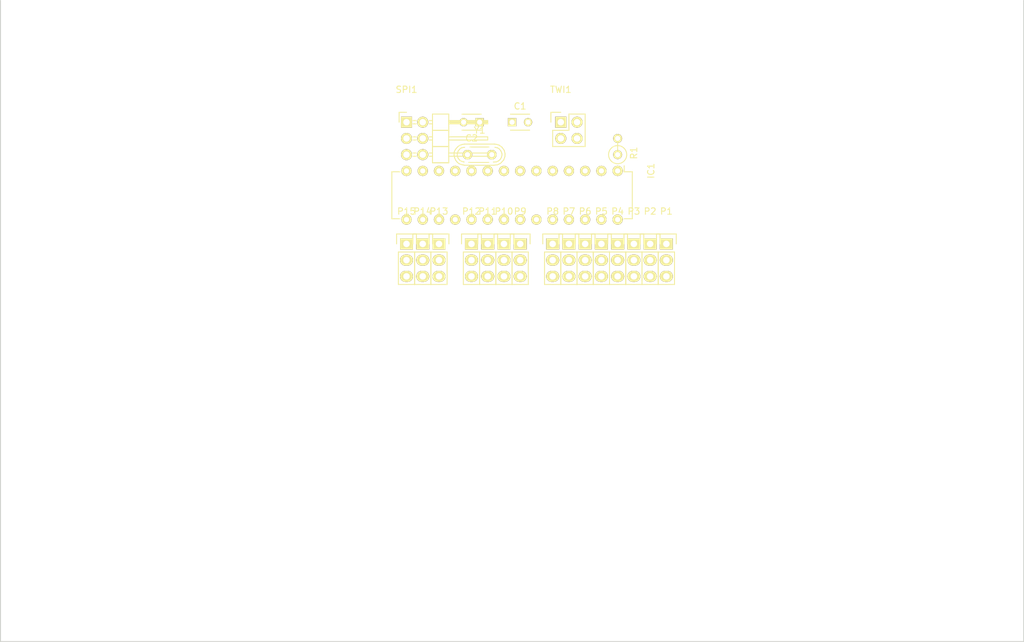
<source format=kicad_pcb>
(kicad_pcb (version 4) (host pcbnew 4.0.2-4+6225~38~ubuntu14.04.1-stable)

  (general
    (links 66)
    (no_connects 66)
    (area 91.364999 58.344999 251.535001 158.825001)
    (thickness 1.6)
    (drawings 3)
    (tracks 0)
    (zones 0)
    (modules 22)
    (nets 26)
  )

  (page A4)
  (layers
    (0 F.Cu signal)
    (31 B.Cu signal)
    (32 B.Adhes user)
    (33 F.Adhes user)
    (34 B.Paste user)
    (35 F.Paste user)
    (36 B.SilkS user)
    (37 F.SilkS user)
    (38 B.Mask user)
    (39 F.Mask user)
    (40 Dwgs.User user)
    (41 Cmts.User user)
    (42 Eco1.User user)
    (43 Eco2.User user)
    (44 Edge.Cuts user)
    (45 Margin user)
    (46 B.CrtYd user)
    (47 F.CrtYd user)
    (48 B.Fab user)
    (49 F.Fab user)
  )

  (setup
    (last_trace_width 0.25)
    (trace_clearance 0.2)
    (zone_clearance 0.508)
    (zone_45_only no)
    (trace_min 0.2)
    (segment_width 0.2)
    (edge_width 0.15)
    (via_size 0.6)
    (via_drill 0.4)
    (via_min_size 0.4)
    (via_min_drill 0.3)
    (uvia_size 0.3)
    (uvia_drill 0.1)
    (uvias_allowed no)
    (uvia_min_size 0.2)
    (uvia_min_drill 0.1)
    (pcb_text_width 0.3)
    (pcb_text_size 1.5 1.5)
    (mod_edge_width 0.15)
    (mod_text_size 1 1)
    (mod_text_width 0.15)
    (pad_size 1.524 1.524)
    (pad_drill 0.762)
    (pad_to_mask_clearance 0.2)
    (aux_axis_origin 0 0)
    (visible_elements FFFFF77F)
    (pcbplotparams
      (layerselection 0x00030_80000001)
      (usegerberextensions false)
      (excludeedgelayer true)
      (linewidth 0.100000)
      (plotframeref false)
      (viasonmask false)
      (mode 1)
      (useauxorigin false)
      (hpglpennumber 1)
      (hpglpenspeed 20)
      (hpglpendiameter 15)
      (hpglpenoverlay 2)
      (psnegative false)
      (psa4output false)
      (plotreference true)
      (plotvalue true)
      (plotinvisibletext false)
      (padsonsilk false)
      (subtractmaskfromsilk false)
      (outputformat 1)
      (mirror false)
      (drillshape 1)
      (scaleselection 1)
      (outputdirectory ""))
  )

  (net 0 "")
  (net 1 /PD0)
  (net 2 /PD1)
  (net 3 /PD2)
  (net 4 /PD3)
  (net 5 /PD4)
  (net 6 +5V)
  (net 7 GND)
  (net 8 "Net-(C1-Pad2)")
  (net 9 "Net-(C2-Pad1)")
  (net 10 /PD5)
  (net 11 /PD6)
  (net 12 /PD7)
  (net 13 /PB0)
  (net 14 /PB1)
  (net 15 /PB2)
  (net 16 /MOSI)
  (net 17 /MISO)
  (net 18 /SCK)
  (net 19 /PC0)
  (net 20 /PC1)
  (net 21 /PC2)
  (net 22 /PC3)
  (net 23 /SDA)
  (net 24 /SCL)
  (net 25 /RST)

  (net_class Default "This is the default net class."
    (clearance 0.2)
    (trace_width 0.25)
    (via_dia 0.6)
    (via_drill 0.4)
    (uvia_dia 0.3)
    (uvia_drill 0.1)
    (add_net +5V)
    (add_net /MISO)
    (add_net /MOSI)
    (add_net /PB0)
    (add_net /PB1)
    (add_net /PB2)
    (add_net /PC0)
    (add_net /PC1)
    (add_net /PC2)
    (add_net /PC3)
    (add_net /PD0)
    (add_net /PD1)
    (add_net /PD2)
    (add_net /PD3)
    (add_net /PD4)
    (add_net /PD5)
    (add_net /PD6)
    (add_net /PD7)
    (add_net /RST)
    (add_net /SCK)
    (add_net /SCL)
    (add_net /SDA)
    (add_net GND)
    (add_net "Net-(C1-Pad2)")
    (add_net "Net-(C2-Pad1)")
  )

  (module Housings_DIP:DIP-28_W7.62mm placed (layer F.Cu) (tedit 54130A77) (tstamp 56E433DF)
    (at 187.96 85.09 270)
    (descr "28-lead dip package, row spacing 7.62 mm (300 mils)")
    (tags "dil dip 2.54 300")
    (path /56D4A960)
    (fp_text reference IC1 (at 0 -5.22 270) (layer F.SilkS)
      (effects (font (size 1 1) (thickness 0.15)))
    )
    (fp_text value ATMEGA8-P (at 0 -3.72 270) (layer F.Fab)
      (effects (font (size 1 1) (thickness 0.15)))
    )
    (fp_line (start -1.05 -2.45) (end -1.05 35.5) (layer F.CrtYd) (width 0.05))
    (fp_line (start 8.65 -2.45) (end 8.65 35.5) (layer F.CrtYd) (width 0.05))
    (fp_line (start -1.05 -2.45) (end 8.65 -2.45) (layer F.CrtYd) (width 0.05))
    (fp_line (start -1.05 35.5) (end 8.65 35.5) (layer F.CrtYd) (width 0.05))
    (fp_line (start 0.135 -2.295) (end 0.135 -1.025) (layer F.SilkS) (width 0.15))
    (fp_line (start 7.485 -2.295) (end 7.485 -1.025) (layer F.SilkS) (width 0.15))
    (fp_line (start 7.485 35.315) (end 7.485 34.045) (layer F.SilkS) (width 0.15))
    (fp_line (start 0.135 35.315) (end 0.135 34.045) (layer F.SilkS) (width 0.15))
    (fp_line (start 0.135 -2.295) (end 7.485 -2.295) (layer F.SilkS) (width 0.15))
    (fp_line (start 0.135 35.315) (end 7.485 35.315) (layer F.SilkS) (width 0.15))
    (fp_line (start 0.135 -1.025) (end -0.8 -1.025) (layer F.SilkS) (width 0.15))
    (pad 1 thru_hole oval (at 0 0 270) (size 1.6 1.6) (drill 0.8) (layers *.Cu *.Mask F.SilkS)
      (net 25 /RST))
    (pad 2 thru_hole oval (at 0 2.54 270) (size 1.6 1.6) (drill 0.8) (layers *.Cu *.Mask F.SilkS)
      (net 1 /PD0))
    (pad 3 thru_hole oval (at 0 5.08 270) (size 1.6 1.6) (drill 0.8) (layers *.Cu *.Mask F.SilkS)
      (net 2 /PD1))
    (pad 4 thru_hole oval (at 0 7.62 270) (size 1.6 1.6) (drill 0.8) (layers *.Cu *.Mask F.SilkS)
      (net 3 /PD2))
    (pad 5 thru_hole oval (at 0 10.16 270) (size 1.6 1.6) (drill 0.8) (layers *.Cu *.Mask F.SilkS)
      (net 4 /PD3))
    (pad 6 thru_hole oval (at 0 12.7 270) (size 1.6 1.6) (drill 0.8) (layers *.Cu *.Mask F.SilkS)
      (net 5 /PD4))
    (pad 7 thru_hole oval (at 0 15.24 270) (size 1.6 1.6) (drill 0.8) (layers *.Cu *.Mask F.SilkS)
      (net 6 +5V))
    (pad 8 thru_hole oval (at 0 17.78 270) (size 1.6 1.6) (drill 0.8) (layers *.Cu *.Mask F.SilkS)
      (net 7 GND))
    (pad 9 thru_hole oval (at 0 20.32 270) (size 1.6 1.6) (drill 0.8) (layers *.Cu *.Mask F.SilkS)
      (net 8 "Net-(C1-Pad2)"))
    (pad 10 thru_hole oval (at 0 22.86 270) (size 1.6 1.6) (drill 0.8) (layers *.Cu *.Mask F.SilkS)
      (net 9 "Net-(C2-Pad1)"))
    (pad 11 thru_hole oval (at 0 25.4 270) (size 1.6 1.6) (drill 0.8) (layers *.Cu *.Mask F.SilkS)
      (net 10 /PD5))
    (pad 12 thru_hole oval (at 0 27.94 270) (size 1.6 1.6) (drill 0.8) (layers *.Cu *.Mask F.SilkS)
      (net 11 /PD6))
    (pad 13 thru_hole oval (at 0 30.48 270) (size 1.6 1.6) (drill 0.8) (layers *.Cu *.Mask F.SilkS)
      (net 12 /PD7))
    (pad 14 thru_hole oval (at 0 33.02 270) (size 1.6 1.6) (drill 0.8) (layers *.Cu *.Mask F.SilkS)
      (net 13 /PB0))
    (pad 15 thru_hole oval (at 7.62 33.02 270) (size 1.6 1.6) (drill 0.8) (layers *.Cu *.Mask F.SilkS)
      (net 14 /PB1))
    (pad 16 thru_hole oval (at 7.62 30.48 270) (size 1.6 1.6) (drill 0.8) (layers *.Cu *.Mask F.SilkS)
      (net 15 /PB2))
    (pad 17 thru_hole oval (at 7.62 27.94 270) (size 1.6 1.6) (drill 0.8) (layers *.Cu *.Mask F.SilkS)
      (net 16 /MOSI))
    (pad 18 thru_hole oval (at 7.62 25.4 270) (size 1.6 1.6) (drill 0.8) (layers *.Cu *.Mask F.SilkS)
      (net 17 /MISO))
    (pad 19 thru_hole oval (at 7.62 22.86 270) (size 1.6 1.6) (drill 0.8) (layers *.Cu *.Mask F.SilkS)
      (net 18 /SCK))
    (pad 20 thru_hole oval (at 7.62 20.32 270) (size 1.6 1.6) (drill 0.8) (layers *.Cu *.Mask F.SilkS)
      (net 6 +5V))
    (pad 21 thru_hole oval (at 7.62 17.78 270) (size 1.6 1.6) (drill 0.8) (layers *.Cu *.Mask F.SilkS)
      (net 6 +5V))
    (pad 22 thru_hole oval (at 7.62 15.24 270) (size 1.6 1.6) (drill 0.8) (layers *.Cu *.Mask F.SilkS)
      (net 7 GND))
    (pad 23 thru_hole oval (at 7.62 12.7 270) (size 1.6 1.6) (drill 0.8) (layers *.Cu *.Mask F.SilkS)
      (net 19 /PC0))
    (pad 24 thru_hole oval (at 7.62 10.16 270) (size 1.6 1.6) (drill 0.8) (layers *.Cu *.Mask F.SilkS)
      (net 20 /PC1))
    (pad 25 thru_hole oval (at 7.62 7.62 270) (size 1.6 1.6) (drill 0.8) (layers *.Cu *.Mask F.SilkS)
      (net 21 /PC2))
    (pad 26 thru_hole oval (at 7.62 5.08 270) (size 1.6 1.6) (drill 0.8) (layers *.Cu *.Mask F.SilkS)
      (net 22 /PC3))
    (pad 27 thru_hole oval (at 7.62 2.54 270) (size 1.6 1.6) (drill 0.8) (layers *.Cu *.Mask F.SilkS)
      (net 23 /SDA))
    (pad 28 thru_hole oval (at 7.62 0 270) (size 1.6 1.6) (drill 0.8) (layers *.Cu *.Mask F.SilkS)
      (net 24 /SCL))
    (model Housings_DIP.3dshapes/DIP-28_W7.62mm.wrl
      (at (xyz 0 0 0))
      (scale (xyz 1 1 1))
      (rotate (xyz 0 0 0))
    )
  )

  (module Capacitors_ThroughHole:C_Disc_D3_P2.5 placed (layer F.Cu) (tedit 0) (tstamp 56E4364E)
    (at 171.45 77.47)
    (descr "Capacitor 3mm Disc, Pitch 2.5mm")
    (tags Capacitor)
    (path /56D4B381)
    (fp_text reference C1 (at 1.25 -2.5) (layer F.SilkS)
      (effects (font (size 1 1) (thickness 0.15)))
    )
    (fp_text value C_Small (at 1.25 2.5) (layer F.Fab)
      (effects (font (size 1 1) (thickness 0.15)))
    )
    (fp_line (start -0.9 -1.5) (end 3.4 -1.5) (layer F.CrtYd) (width 0.05))
    (fp_line (start 3.4 -1.5) (end 3.4 1.5) (layer F.CrtYd) (width 0.05))
    (fp_line (start 3.4 1.5) (end -0.9 1.5) (layer F.CrtYd) (width 0.05))
    (fp_line (start -0.9 1.5) (end -0.9 -1.5) (layer F.CrtYd) (width 0.05))
    (fp_line (start -0.25 -1.25) (end 2.75 -1.25) (layer F.SilkS) (width 0.15))
    (fp_line (start 2.75 1.25) (end -0.25 1.25) (layer F.SilkS) (width 0.15))
    (pad 1 thru_hole rect (at 0 0) (size 1.3 1.3) (drill 0.8) (layers *.Cu *.Mask F.SilkS)
      (net 7 GND))
    (pad 2 thru_hole circle (at 2.5 0) (size 1.3 1.3) (drill 0.8001) (layers *.Cu *.Mask F.SilkS)
      (net 8 "Net-(C1-Pad2)"))
    (model Capacitors_ThroughHole.3dshapes/C_Disc_D3_P2.5.wrl
      (at (xyz 0.0492126 0 0))
      (scale (xyz 1 1 1))
      (rotate (xyz 0 0 0))
    )
  )

  (module Capacitors_ThroughHole:C_Disc_D3_P2.5 placed (layer F.Cu) (tedit 0) (tstamp 56E4365A)
    (at 166.37 77.47 180)
    (descr "Capacitor 3mm Disc, Pitch 2.5mm")
    (tags Capacitor)
    (path /56D4B3CA)
    (fp_text reference C2 (at 1.25 -2.5 180) (layer F.SilkS)
      (effects (font (size 1 1) (thickness 0.15)))
    )
    (fp_text value C_Small (at 1.25 2.5 180) (layer F.Fab)
      (effects (font (size 1 1) (thickness 0.15)))
    )
    (fp_line (start -0.9 -1.5) (end 3.4 -1.5) (layer F.CrtYd) (width 0.05))
    (fp_line (start 3.4 -1.5) (end 3.4 1.5) (layer F.CrtYd) (width 0.05))
    (fp_line (start 3.4 1.5) (end -0.9 1.5) (layer F.CrtYd) (width 0.05))
    (fp_line (start -0.9 1.5) (end -0.9 -1.5) (layer F.CrtYd) (width 0.05))
    (fp_line (start -0.25 -1.25) (end 2.75 -1.25) (layer F.SilkS) (width 0.15))
    (fp_line (start 2.75 1.25) (end -0.25 1.25) (layer F.SilkS) (width 0.15))
    (pad 1 thru_hole rect (at 0 0 180) (size 1.3 1.3) (drill 0.8) (layers *.Cu *.Mask F.SilkS)
      (net 9 "Net-(C2-Pad1)"))
    (pad 2 thru_hole circle (at 2.5 0 180) (size 1.3 1.3) (drill 0.8001) (layers *.Cu *.Mask F.SilkS)
      (net 7 GND))
    (model Capacitors_ThroughHole.3dshapes/C_Disc_D3_P2.5.wrl
      (at (xyz 0.0492126 0 0))
      (scale (xyz 1 1 1))
      (rotate (xyz 0 0 0))
    )
  )

  (module Pin_Headers:Pin_Header_Straight_1x03 placed (layer F.Cu) (tedit 0) (tstamp 56E4366C)
    (at 195.58 96.52)
    (descr "Through hole pin header")
    (tags "pin header")
    (path /56D4B561)
    (fp_text reference P1 (at 0 -5.1) (layer F.SilkS)
      (effects (font (size 1 1) (thickness 0.15)))
    )
    (fp_text value CONN_01X03 (at 0 -3.1) (layer F.Fab)
      (effects (font (size 1 1) (thickness 0.15)))
    )
    (fp_line (start -1.75 -1.75) (end -1.75 6.85) (layer F.CrtYd) (width 0.05))
    (fp_line (start 1.75 -1.75) (end 1.75 6.85) (layer F.CrtYd) (width 0.05))
    (fp_line (start -1.75 -1.75) (end 1.75 -1.75) (layer F.CrtYd) (width 0.05))
    (fp_line (start -1.75 6.85) (end 1.75 6.85) (layer F.CrtYd) (width 0.05))
    (fp_line (start -1.27 1.27) (end -1.27 6.35) (layer F.SilkS) (width 0.15))
    (fp_line (start -1.27 6.35) (end 1.27 6.35) (layer F.SilkS) (width 0.15))
    (fp_line (start 1.27 6.35) (end 1.27 1.27) (layer F.SilkS) (width 0.15))
    (fp_line (start 1.55 -1.55) (end 1.55 0) (layer F.SilkS) (width 0.15))
    (fp_line (start 1.27 1.27) (end -1.27 1.27) (layer F.SilkS) (width 0.15))
    (fp_line (start -1.55 0) (end -1.55 -1.55) (layer F.SilkS) (width 0.15))
    (fp_line (start -1.55 -1.55) (end 1.55 -1.55) (layer F.SilkS) (width 0.15))
    (pad 1 thru_hole rect (at 0 0) (size 2.032 1.7272) (drill 1.016) (layers *.Cu *.Mask F.SilkS)
      (net 1 /PD0))
    (pad 2 thru_hole oval (at 0 2.54) (size 2.032 1.7272) (drill 1.016) (layers *.Cu *.Mask F.SilkS)
      (net 6 +5V))
    (pad 3 thru_hole oval (at 0 5.08) (size 2.032 1.7272) (drill 1.016) (layers *.Cu *.Mask F.SilkS)
      (net 7 GND))
    (model Pin_Headers.3dshapes/Pin_Header_Straight_1x03.wrl
      (at (xyz 0 -0.1 0))
      (scale (xyz 1 1 1))
      (rotate (xyz 0 0 90))
    )
  )

  (module Pin_Headers:Pin_Header_Straight_1x03 placed (layer F.Cu) (tedit 0) (tstamp 56E4367E)
    (at 193.04 96.52)
    (descr "Through hole pin header")
    (tags "pin header")
    (path /56D4B96E)
    (fp_text reference P2 (at 0 -5.1) (layer F.SilkS)
      (effects (font (size 1 1) (thickness 0.15)))
    )
    (fp_text value CONN_01X03 (at 0 -3.1) (layer F.Fab)
      (effects (font (size 1 1) (thickness 0.15)))
    )
    (fp_line (start -1.75 -1.75) (end -1.75 6.85) (layer F.CrtYd) (width 0.05))
    (fp_line (start 1.75 -1.75) (end 1.75 6.85) (layer F.CrtYd) (width 0.05))
    (fp_line (start -1.75 -1.75) (end 1.75 -1.75) (layer F.CrtYd) (width 0.05))
    (fp_line (start -1.75 6.85) (end 1.75 6.85) (layer F.CrtYd) (width 0.05))
    (fp_line (start -1.27 1.27) (end -1.27 6.35) (layer F.SilkS) (width 0.15))
    (fp_line (start -1.27 6.35) (end 1.27 6.35) (layer F.SilkS) (width 0.15))
    (fp_line (start 1.27 6.35) (end 1.27 1.27) (layer F.SilkS) (width 0.15))
    (fp_line (start 1.55 -1.55) (end 1.55 0) (layer F.SilkS) (width 0.15))
    (fp_line (start 1.27 1.27) (end -1.27 1.27) (layer F.SilkS) (width 0.15))
    (fp_line (start -1.55 0) (end -1.55 -1.55) (layer F.SilkS) (width 0.15))
    (fp_line (start -1.55 -1.55) (end 1.55 -1.55) (layer F.SilkS) (width 0.15))
    (pad 1 thru_hole rect (at 0 0) (size 2.032 1.7272) (drill 1.016) (layers *.Cu *.Mask F.SilkS)
      (net 2 /PD1))
    (pad 2 thru_hole oval (at 0 2.54) (size 2.032 1.7272) (drill 1.016) (layers *.Cu *.Mask F.SilkS)
      (net 6 +5V))
    (pad 3 thru_hole oval (at 0 5.08) (size 2.032 1.7272) (drill 1.016) (layers *.Cu *.Mask F.SilkS)
      (net 7 GND))
    (model Pin_Headers.3dshapes/Pin_Header_Straight_1x03.wrl
      (at (xyz 0 -0.1 0))
      (scale (xyz 1 1 1))
      (rotate (xyz 0 0 90))
    )
  )

  (module Pin_Headers:Pin_Header_Straight_1x03 placed (layer F.Cu) (tedit 0) (tstamp 56E43690)
    (at 190.5 96.52)
    (descr "Through hole pin header")
    (tags "pin header")
    (path /56D4B9A5)
    (fp_text reference P3 (at 0 -5.1) (layer F.SilkS)
      (effects (font (size 1 1) (thickness 0.15)))
    )
    (fp_text value CONN_01X03 (at 0 -3.1) (layer F.Fab)
      (effects (font (size 1 1) (thickness 0.15)))
    )
    (fp_line (start -1.75 -1.75) (end -1.75 6.85) (layer F.CrtYd) (width 0.05))
    (fp_line (start 1.75 -1.75) (end 1.75 6.85) (layer F.CrtYd) (width 0.05))
    (fp_line (start -1.75 -1.75) (end 1.75 -1.75) (layer F.CrtYd) (width 0.05))
    (fp_line (start -1.75 6.85) (end 1.75 6.85) (layer F.CrtYd) (width 0.05))
    (fp_line (start -1.27 1.27) (end -1.27 6.35) (layer F.SilkS) (width 0.15))
    (fp_line (start -1.27 6.35) (end 1.27 6.35) (layer F.SilkS) (width 0.15))
    (fp_line (start 1.27 6.35) (end 1.27 1.27) (layer F.SilkS) (width 0.15))
    (fp_line (start 1.55 -1.55) (end 1.55 0) (layer F.SilkS) (width 0.15))
    (fp_line (start 1.27 1.27) (end -1.27 1.27) (layer F.SilkS) (width 0.15))
    (fp_line (start -1.55 0) (end -1.55 -1.55) (layer F.SilkS) (width 0.15))
    (fp_line (start -1.55 -1.55) (end 1.55 -1.55) (layer F.SilkS) (width 0.15))
    (pad 1 thru_hole rect (at 0 0) (size 2.032 1.7272) (drill 1.016) (layers *.Cu *.Mask F.SilkS)
      (net 3 /PD2))
    (pad 2 thru_hole oval (at 0 2.54) (size 2.032 1.7272) (drill 1.016) (layers *.Cu *.Mask F.SilkS)
      (net 6 +5V))
    (pad 3 thru_hole oval (at 0 5.08) (size 2.032 1.7272) (drill 1.016) (layers *.Cu *.Mask F.SilkS)
      (net 7 GND))
    (model Pin_Headers.3dshapes/Pin_Header_Straight_1x03.wrl
      (at (xyz 0 -0.1 0))
      (scale (xyz 1 1 1))
      (rotate (xyz 0 0 90))
    )
  )

  (module Pin_Headers:Pin_Header_Straight_1x03 placed (layer F.Cu) (tedit 0) (tstamp 56E436A2)
    (at 187.96 96.52)
    (descr "Through hole pin header")
    (tags "pin header")
    (path /56D4B9DE)
    (fp_text reference P4 (at 0 -5.1) (layer F.SilkS)
      (effects (font (size 1 1) (thickness 0.15)))
    )
    (fp_text value CONN_01X03 (at 0 -3.1) (layer F.Fab)
      (effects (font (size 1 1) (thickness 0.15)))
    )
    (fp_line (start -1.75 -1.75) (end -1.75 6.85) (layer F.CrtYd) (width 0.05))
    (fp_line (start 1.75 -1.75) (end 1.75 6.85) (layer F.CrtYd) (width 0.05))
    (fp_line (start -1.75 -1.75) (end 1.75 -1.75) (layer F.CrtYd) (width 0.05))
    (fp_line (start -1.75 6.85) (end 1.75 6.85) (layer F.CrtYd) (width 0.05))
    (fp_line (start -1.27 1.27) (end -1.27 6.35) (layer F.SilkS) (width 0.15))
    (fp_line (start -1.27 6.35) (end 1.27 6.35) (layer F.SilkS) (width 0.15))
    (fp_line (start 1.27 6.35) (end 1.27 1.27) (layer F.SilkS) (width 0.15))
    (fp_line (start 1.55 -1.55) (end 1.55 0) (layer F.SilkS) (width 0.15))
    (fp_line (start 1.27 1.27) (end -1.27 1.27) (layer F.SilkS) (width 0.15))
    (fp_line (start -1.55 0) (end -1.55 -1.55) (layer F.SilkS) (width 0.15))
    (fp_line (start -1.55 -1.55) (end 1.55 -1.55) (layer F.SilkS) (width 0.15))
    (pad 1 thru_hole rect (at 0 0) (size 2.032 1.7272) (drill 1.016) (layers *.Cu *.Mask F.SilkS)
      (net 4 /PD3))
    (pad 2 thru_hole oval (at 0 2.54) (size 2.032 1.7272) (drill 1.016) (layers *.Cu *.Mask F.SilkS)
      (net 6 +5V))
    (pad 3 thru_hole oval (at 0 5.08) (size 2.032 1.7272) (drill 1.016) (layers *.Cu *.Mask F.SilkS)
      (net 7 GND))
    (model Pin_Headers.3dshapes/Pin_Header_Straight_1x03.wrl
      (at (xyz 0 -0.1 0))
      (scale (xyz 1 1 1))
      (rotate (xyz 0 0 90))
    )
  )

  (module Pin_Headers:Pin_Header_Straight_1x03 placed (layer F.Cu) (tedit 0) (tstamp 56E436B4)
    (at 185.42 96.52)
    (descr "Through hole pin header")
    (tags "pin header")
    (path /56D4BA7B)
    (fp_text reference P5 (at 0 -5.1) (layer F.SilkS)
      (effects (font (size 1 1) (thickness 0.15)))
    )
    (fp_text value CONN_01X03 (at 0 -3.1) (layer F.Fab)
      (effects (font (size 1 1) (thickness 0.15)))
    )
    (fp_line (start -1.75 -1.75) (end -1.75 6.85) (layer F.CrtYd) (width 0.05))
    (fp_line (start 1.75 -1.75) (end 1.75 6.85) (layer F.CrtYd) (width 0.05))
    (fp_line (start -1.75 -1.75) (end 1.75 -1.75) (layer F.CrtYd) (width 0.05))
    (fp_line (start -1.75 6.85) (end 1.75 6.85) (layer F.CrtYd) (width 0.05))
    (fp_line (start -1.27 1.27) (end -1.27 6.35) (layer F.SilkS) (width 0.15))
    (fp_line (start -1.27 6.35) (end 1.27 6.35) (layer F.SilkS) (width 0.15))
    (fp_line (start 1.27 6.35) (end 1.27 1.27) (layer F.SilkS) (width 0.15))
    (fp_line (start 1.55 -1.55) (end 1.55 0) (layer F.SilkS) (width 0.15))
    (fp_line (start 1.27 1.27) (end -1.27 1.27) (layer F.SilkS) (width 0.15))
    (fp_line (start -1.55 0) (end -1.55 -1.55) (layer F.SilkS) (width 0.15))
    (fp_line (start -1.55 -1.55) (end 1.55 -1.55) (layer F.SilkS) (width 0.15))
    (pad 1 thru_hole rect (at 0 0) (size 2.032 1.7272) (drill 1.016) (layers *.Cu *.Mask F.SilkS)
      (net 5 /PD4))
    (pad 2 thru_hole oval (at 0 2.54) (size 2.032 1.7272) (drill 1.016) (layers *.Cu *.Mask F.SilkS)
      (net 6 +5V))
    (pad 3 thru_hole oval (at 0 5.08) (size 2.032 1.7272) (drill 1.016) (layers *.Cu *.Mask F.SilkS)
      (net 7 GND))
    (model Pin_Headers.3dshapes/Pin_Header_Straight_1x03.wrl
      (at (xyz 0 -0.1 0))
      (scale (xyz 1 1 1))
      (rotate (xyz 0 0 90))
    )
  )

  (module Pin_Headers:Pin_Header_Straight_1x03 placed (layer F.Cu) (tedit 0) (tstamp 56E436C6)
    (at 182.88 96.52)
    (descr "Through hole pin header")
    (tags "pin header")
    (path /56D4BAB0)
    (fp_text reference P6 (at 0 -5.1) (layer F.SilkS)
      (effects (font (size 1 1) (thickness 0.15)))
    )
    (fp_text value CONN_01X03 (at 0 -3.1) (layer F.Fab)
      (effects (font (size 1 1) (thickness 0.15)))
    )
    (fp_line (start -1.75 -1.75) (end -1.75 6.85) (layer F.CrtYd) (width 0.05))
    (fp_line (start 1.75 -1.75) (end 1.75 6.85) (layer F.CrtYd) (width 0.05))
    (fp_line (start -1.75 -1.75) (end 1.75 -1.75) (layer F.CrtYd) (width 0.05))
    (fp_line (start -1.75 6.85) (end 1.75 6.85) (layer F.CrtYd) (width 0.05))
    (fp_line (start -1.27 1.27) (end -1.27 6.35) (layer F.SilkS) (width 0.15))
    (fp_line (start -1.27 6.35) (end 1.27 6.35) (layer F.SilkS) (width 0.15))
    (fp_line (start 1.27 6.35) (end 1.27 1.27) (layer F.SilkS) (width 0.15))
    (fp_line (start 1.55 -1.55) (end 1.55 0) (layer F.SilkS) (width 0.15))
    (fp_line (start 1.27 1.27) (end -1.27 1.27) (layer F.SilkS) (width 0.15))
    (fp_line (start -1.55 0) (end -1.55 -1.55) (layer F.SilkS) (width 0.15))
    (fp_line (start -1.55 -1.55) (end 1.55 -1.55) (layer F.SilkS) (width 0.15))
    (pad 1 thru_hole rect (at 0 0) (size 2.032 1.7272) (drill 1.016) (layers *.Cu *.Mask F.SilkS)
      (net 10 /PD5))
    (pad 2 thru_hole oval (at 0 2.54) (size 2.032 1.7272) (drill 1.016) (layers *.Cu *.Mask F.SilkS)
      (net 6 +5V))
    (pad 3 thru_hole oval (at 0 5.08) (size 2.032 1.7272) (drill 1.016) (layers *.Cu *.Mask F.SilkS)
      (net 7 GND))
    (model Pin_Headers.3dshapes/Pin_Header_Straight_1x03.wrl
      (at (xyz 0 -0.1 0))
      (scale (xyz 1 1 1))
      (rotate (xyz 0 0 90))
    )
  )

  (module Pin_Headers:Pin_Header_Straight_1x03 placed (layer F.Cu) (tedit 0) (tstamp 56E436D8)
    (at 180.34 96.52)
    (descr "Through hole pin header")
    (tags "pin header")
    (path /56D4BB5E)
    (fp_text reference P7 (at 0 -5.1) (layer F.SilkS)
      (effects (font (size 1 1) (thickness 0.15)))
    )
    (fp_text value CONN_01X03 (at 0 -3.1) (layer F.Fab)
      (effects (font (size 1 1) (thickness 0.15)))
    )
    (fp_line (start -1.75 -1.75) (end -1.75 6.85) (layer F.CrtYd) (width 0.05))
    (fp_line (start 1.75 -1.75) (end 1.75 6.85) (layer F.CrtYd) (width 0.05))
    (fp_line (start -1.75 -1.75) (end 1.75 -1.75) (layer F.CrtYd) (width 0.05))
    (fp_line (start -1.75 6.85) (end 1.75 6.85) (layer F.CrtYd) (width 0.05))
    (fp_line (start -1.27 1.27) (end -1.27 6.35) (layer F.SilkS) (width 0.15))
    (fp_line (start -1.27 6.35) (end 1.27 6.35) (layer F.SilkS) (width 0.15))
    (fp_line (start 1.27 6.35) (end 1.27 1.27) (layer F.SilkS) (width 0.15))
    (fp_line (start 1.55 -1.55) (end 1.55 0) (layer F.SilkS) (width 0.15))
    (fp_line (start 1.27 1.27) (end -1.27 1.27) (layer F.SilkS) (width 0.15))
    (fp_line (start -1.55 0) (end -1.55 -1.55) (layer F.SilkS) (width 0.15))
    (fp_line (start -1.55 -1.55) (end 1.55 -1.55) (layer F.SilkS) (width 0.15))
    (pad 1 thru_hole rect (at 0 0) (size 2.032 1.7272) (drill 1.016) (layers *.Cu *.Mask F.SilkS)
      (net 11 /PD6))
    (pad 2 thru_hole oval (at 0 2.54) (size 2.032 1.7272) (drill 1.016) (layers *.Cu *.Mask F.SilkS)
      (net 6 +5V))
    (pad 3 thru_hole oval (at 0 5.08) (size 2.032 1.7272) (drill 1.016) (layers *.Cu *.Mask F.SilkS)
      (net 7 GND))
    (model Pin_Headers.3dshapes/Pin_Header_Straight_1x03.wrl
      (at (xyz 0 -0.1 0))
      (scale (xyz 1 1 1))
      (rotate (xyz 0 0 90))
    )
  )

  (module Pin_Headers:Pin_Header_Straight_1x03 placed (layer F.Cu) (tedit 0) (tstamp 56E436EA)
    (at 177.8 96.52)
    (descr "Through hole pin header")
    (tags "pin header")
    (path /56D4BBE1)
    (fp_text reference P8 (at 0 -5.1) (layer F.SilkS)
      (effects (font (size 1 1) (thickness 0.15)))
    )
    (fp_text value CONN_01X03 (at 0 -3.1) (layer F.Fab)
      (effects (font (size 1 1) (thickness 0.15)))
    )
    (fp_line (start -1.75 -1.75) (end -1.75 6.85) (layer F.CrtYd) (width 0.05))
    (fp_line (start 1.75 -1.75) (end 1.75 6.85) (layer F.CrtYd) (width 0.05))
    (fp_line (start -1.75 -1.75) (end 1.75 -1.75) (layer F.CrtYd) (width 0.05))
    (fp_line (start -1.75 6.85) (end 1.75 6.85) (layer F.CrtYd) (width 0.05))
    (fp_line (start -1.27 1.27) (end -1.27 6.35) (layer F.SilkS) (width 0.15))
    (fp_line (start -1.27 6.35) (end 1.27 6.35) (layer F.SilkS) (width 0.15))
    (fp_line (start 1.27 6.35) (end 1.27 1.27) (layer F.SilkS) (width 0.15))
    (fp_line (start 1.55 -1.55) (end 1.55 0) (layer F.SilkS) (width 0.15))
    (fp_line (start 1.27 1.27) (end -1.27 1.27) (layer F.SilkS) (width 0.15))
    (fp_line (start -1.55 0) (end -1.55 -1.55) (layer F.SilkS) (width 0.15))
    (fp_line (start -1.55 -1.55) (end 1.55 -1.55) (layer F.SilkS) (width 0.15))
    (pad 1 thru_hole rect (at 0 0) (size 2.032 1.7272) (drill 1.016) (layers *.Cu *.Mask F.SilkS)
      (net 12 /PD7))
    (pad 2 thru_hole oval (at 0 2.54) (size 2.032 1.7272) (drill 1.016) (layers *.Cu *.Mask F.SilkS)
      (net 6 +5V))
    (pad 3 thru_hole oval (at 0 5.08) (size 2.032 1.7272) (drill 1.016) (layers *.Cu *.Mask F.SilkS)
      (net 7 GND))
    (model Pin_Headers.3dshapes/Pin_Header_Straight_1x03.wrl
      (at (xyz 0 -0.1 0))
      (scale (xyz 1 1 1))
      (rotate (xyz 0 0 90))
    )
  )

  (module Pin_Headers:Pin_Header_Straight_1x03 placed (layer F.Cu) (tedit 0) (tstamp 56E436FC)
    (at 172.72 96.52)
    (descr "Through hole pin header")
    (tags "pin header")
    (path /56D53632)
    (fp_text reference P9 (at 0 -5.1) (layer F.SilkS)
      (effects (font (size 1 1) (thickness 0.15)))
    )
    (fp_text value CONN_01X03 (at 0 -3.1) (layer F.Fab)
      (effects (font (size 1 1) (thickness 0.15)))
    )
    (fp_line (start -1.75 -1.75) (end -1.75 6.85) (layer F.CrtYd) (width 0.05))
    (fp_line (start 1.75 -1.75) (end 1.75 6.85) (layer F.CrtYd) (width 0.05))
    (fp_line (start -1.75 -1.75) (end 1.75 -1.75) (layer F.CrtYd) (width 0.05))
    (fp_line (start -1.75 6.85) (end 1.75 6.85) (layer F.CrtYd) (width 0.05))
    (fp_line (start -1.27 1.27) (end -1.27 6.35) (layer F.SilkS) (width 0.15))
    (fp_line (start -1.27 6.35) (end 1.27 6.35) (layer F.SilkS) (width 0.15))
    (fp_line (start 1.27 6.35) (end 1.27 1.27) (layer F.SilkS) (width 0.15))
    (fp_line (start 1.55 -1.55) (end 1.55 0) (layer F.SilkS) (width 0.15))
    (fp_line (start 1.27 1.27) (end -1.27 1.27) (layer F.SilkS) (width 0.15))
    (fp_line (start -1.55 0) (end -1.55 -1.55) (layer F.SilkS) (width 0.15))
    (fp_line (start -1.55 -1.55) (end 1.55 -1.55) (layer F.SilkS) (width 0.15))
    (pad 1 thru_hole rect (at 0 0) (size 2.032 1.7272) (drill 1.016) (layers *.Cu *.Mask F.SilkS)
      (net 19 /PC0))
    (pad 2 thru_hole oval (at 0 2.54) (size 2.032 1.7272) (drill 1.016) (layers *.Cu *.Mask F.SilkS)
      (net 6 +5V))
    (pad 3 thru_hole oval (at 0 5.08) (size 2.032 1.7272) (drill 1.016) (layers *.Cu *.Mask F.SilkS)
      (net 7 GND))
    (model Pin_Headers.3dshapes/Pin_Header_Straight_1x03.wrl
      (at (xyz 0 -0.1 0))
      (scale (xyz 1 1 1))
      (rotate (xyz 0 0 90))
    )
  )

  (module Pin_Headers:Pin_Header_Straight_1x03 placed (layer F.Cu) (tedit 0) (tstamp 56E4370E)
    (at 170.18 96.52)
    (descr "Through hole pin header")
    (tags "pin header")
    (path /56D5388F)
    (fp_text reference P10 (at 0 -5.1) (layer F.SilkS)
      (effects (font (size 1 1) (thickness 0.15)))
    )
    (fp_text value CONN_01X03 (at 0 -3.1) (layer F.Fab)
      (effects (font (size 1 1) (thickness 0.15)))
    )
    (fp_line (start -1.75 -1.75) (end -1.75 6.85) (layer F.CrtYd) (width 0.05))
    (fp_line (start 1.75 -1.75) (end 1.75 6.85) (layer F.CrtYd) (width 0.05))
    (fp_line (start -1.75 -1.75) (end 1.75 -1.75) (layer F.CrtYd) (width 0.05))
    (fp_line (start -1.75 6.85) (end 1.75 6.85) (layer F.CrtYd) (width 0.05))
    (fp_line (start -1.27 1.27) (end -1.27 6.35) (layer F.SilkS) (width 0.15))
    (fp_line (start -1.27 6.35) (end 1.27 6.35) (layer F.SilkS) (width 0.15))
    (fp_line (start 1.27 6.35) (end 1.27 1.27) (layer F.SilkS) (width 0.15))
    (fp_line (start 1.55 -1.55) (end 1.55 0) (layer F.SilkS) (width 0.15))
    (fp_line (start 1.27 1.27) (end -1.27 1.27) (layer F.SilkS) (width 0.15))
    (fp_line (start -1.55 0) (end -1.55 -1.55) (layer F.SilkS) (width 0.15))
    (fp_line (start -1.55 -1.55) (end 1.55 -1.55) (layer F.SilkS) (width 0.15))
    (pad 1 thru_hole rect (at 0 0) (size 2.032 1.7272) (drill 1.016) (layers *.Cu *.Mask F.SilkS)
      (net 20 /PC1))
    (pad 2 thru_hole oval (at 0 2.54) (size 2.032 1.7272) (drill 1.016) (layers *.Cu *.Mask F.SilkS)
      (net 6 +5V))
    (pad 3 thru_hole oval (at 0 5.08) (size 2.032 1.7272) (drill 1.016) (layers *.Cu *.Mask F.SilkS)
      (net 7 GND))
    (model Pin_Headers.3dshapes/Pin_Header_Straight_1x03.wrl
      (at (xyz 0 -0.1 0))
      (scale (xyz 1 1 1))
      (rotate (xyz 0 0 90))
    )
  )

  (module Pin_Headers:Pin_Header_Straight_1x03 placed (layer F.Cu) (tedit 0) (tstamp 56E43720)
    (at 167.64 96.52)
    (descr "Through hole pin header")
    (tags "pin header")
    (path /56D538CE)
    (fp_text reference P11 (at 0 -5.1) (layer F.SilkS)
      (effects (font (size 1 1) (thickness 0.15)))
    )
    (fp_text value CONN_01X03 (at 0 -3.1) (layer F.Fab)
      (effects (font (size 1 1) (thickness 0.15)))
    )
    (fp_line (start -1.75 -1.75) (end -1.75 6.85) (layer F.CrtYd) (width 0.05))
    (fp_line (start 1.75 -1.75) (end 1.75 6.85) (layer F.CrtYd) (width 0.05))
    (fp_line (start -1.75 -1.75) (end 1.75 -1.75) (layer F.CrtYd) (width 0.05))
    (fp_line (start -1.75 6.85) (end 1.75 6.85) (layer F.CrtYd) (width 0.05))
    (fp_line (start -1.27 1.27) (end -1.27 6.35) (layer F.SilkS) (width 0.15))
    (fp_line (start -1.27 6.35) (end 1.27 6.35) (layer F.SilkS) (width 0.15))
    (fp_line (start 1.27 6.35) (end 1.27 1.27) (layer F.SilkS) (width 0.15))
    (fp_line (start 1.55 -1.55) (end 1.55 0) (layer F.SilkS) (width 0.15))
    (fp_line (start 1.27 1.27) (end -1.27 1.27) (layer F.SilkS) (width 0.15))
    (fp_line (start -1.55 0) (end -1.55 -1.55) (layer F.SilkS) (width 0.15))
    (fp_line (start -1.55 -1.55) (end 1.55 -1.55) (layer F.SilkS) (width 0.15))
    (pad 1 thru_hole rect (at 0 0) (size 2.032 1.7272) (drill 1.016) (layers *.Cu *.Mask F.SilkS)
      (net 21 /PC2))
    (pad 2 thru_hole oval (at 0 2.54) (size 2.032 1.7272) (drill 1.016) (layers *.Cu *.Mask F.SilkS)
      (net 6 +5V))
    (pad 3 thru_hole oval (at 0 5.08) (size 2.032 1.7272) (drill 1.016) (layers *.Cu *.Mask F.SilkS)
      (net 7 GND))
    (model Pin_Headers.3dshapes/Pin_Header_Straight_1x03.wrl
      (at (xyz 0 -0.1 0))
      (scale (xyz 1 1 1))
      (rotate (xyz 0 0 90))
    )
  )

  (module Pin_Headers:Pin_Header_Straight_1x03 placed (layer F.Cu) (tedit 0) (tstamp 56E43732)
    (at 165.1 96.52)
    (descr "Through hole pin header")
    (tags "pin header")
    (path /56D53907)
    (fp_text reference P12 (at 0 -5.1) (layer F.SilkS)
      (effects (font (size 1 1) (thickness 0.15)))
    )
    (fp_text value CONN_01X03 (at 0 -3.1) (layer F.Fab)
      (effects (font (size 1 1) (thickness 0.15)))
    )
    (fp_line (start -1.75 -1.75) (end -1.75 6.85) (layer F.CrtYd) (width 0.05))
    (fp_line (start 1.75 -1.75) (end 1.75 6.85) (layer F.CrtYd) (width 0.05))
    (fp_line (start -1.75 -1.75) (end 1.75 -1.75) (layer F.CrtYd) (width 0.05))
    (fp_line (start -1.75 6.85) (end 1.75 6.85) (layer F.CrtYd) (width 0.05))
    (fp_line (start -1.27 1.27) (end -1.27 6.35) (layer F.SilkS) (width 0.15))
    (fp_line (start -1.27 6.35) (end 1.27 6.35) (layer F.SilkS) (width 0.15))
    (fp_line (start 1.27 6.35) (end 1.27 1.27) (layer F.SilkS) (width 0.15))
    (fp_line (start 1.55 -1.55) (end 1.55 0) (layer F.SilkS) (width 0.15))
    (fp_line (start 1.27 1.27) (end -1.27 1.27) (layer F.SilkS) (width 0.15))
    (fp_line (start -1.55 0) (end -1.55 -1.55) (layer F.SilkS) (width 0.15))
    (fp_line (start -1.55 -1.55) (end 1.55 -1.55) (layer F.SilkS) (width 0.15))
    (pad 1 thru_hole rect (at 0 0) (size 2.032 1.7272) (drill 1.016) (layers *.Cu *.Mask F.SilkS)
      (net 22 /PC3))
    (pad 2 thru_hole oval (at 0 2.54) (size 2.032 1.7272) (drill 1.016) (layers *.Cu *.Mask F.SilkS)
      (net 6 +5V))
    (pad 3 thru_hole oval (at 0 5.08) (size 2.032 1.7272) (drill 1.016) (layers *.Cu *.Mask F.SilkS)
      (net 7 GND))
    (model Pin_Headers.3dshapes/Pin_Header_Straight_1x03.wrl
      (at (xyz 0 -0.1 0))
      (scale (xyz 1 1 1))
      (rotate (xyz 0 0 90))
    )
  )

  (module Pin_Headers:Pin_Header_Straight_1x03 placed (layer F.Cu) (tedit 0) (tstamp 56E43744)
    (at 160.02 96.52)
    (descr "Through hole pin header")
    (tags "pin header")
    (path /56E44950)
    (fp_text reference P13 (at 0 -5.1) (layer F.SilkS)
      (effects (font (size 1 1) (thickness 0.15)))
    )
    (fp_text value CONN_01X03 (at 0 -3.1) (layer F.Fab)
      (effects (font (size 1 1) (thickness 0.15)))
    )
    (fp_line (start -1.75 -1.75) (end -1.75 6.85) (layer F.CrtYd) (width 0.05))
    (fp_line (start 1.75 -1.75) (end 1.75 6.85) (layer F.CrtYd) (width 0.05))
    (fp_line (start -1.75 -1.75) (end 1.75 -1.75) (layer F.CrtYd) (width 0.05))
    (fp_line (start -1.75 6.85) (end 1.75 6.85) (layer F.CrtYd) (width 0.05))
    (fp_line (start -1.27 1.27) (end -1.27 6.35) (layer F.SilkS) (width 0.15))
    (fp_line (start -1.27 6.35) (end 1.27 6.35) (layer F.SilkS) (width 0.15))
    (fp_line (start 1.27 6.35) (end 1.27 1.27) (layer F.SilkS) (width 0.15))
    (fp_line (start 1.55 -1.55) (end 1.55 0) (layer F.SilkS) (width 0.15))
    (fp_line (start 1.27 1.27) (end -1.27 1.27) (layer F.SilkS) (width 0.15))
    (fp_line (start -1.55 0) (end -1.55 -1.55) (layer F.SilkS) (width 0.15))
    (fp_line (start -1.55 -1.55) (end 1.55 -1.55) (layer F.SilkS) (width 0.15))
    (pad 1 thru_hole rect (at 0 0) (size 2.032 1.7272) (drill 1.016) (layers *.Cu *.Mask F.SilkS)
      (net 13 /PB0))
    (pad 2 thru_hole oval (at 0 2.54) (size 2.032 1.7272) (drill 1.016) (layers *.Cu *.Mask F.SilkS)
      (net 6 +5V))
    (pad 3 thru_hole oval (at 0 5.08) (size 2.032 1.7272) (drill 1.016) (layers *.Cu *.Mask F.SilkS)
      (net 7 GND))
    (model Pin_Headers.3dshapes/Pin_Header_Straight_1x03.wrl
      (at (xyz 0 -0.1 0))
      (scale (xyz 1 1 1))
      (rotate (xyz 0 0 90))
    )
  )

  (module Pin_Headers:Pin_Header_Straight_1x03 placed (layer F.Cu) (tedit 0) (tstamp 56E43756)
    (at 157.48 96.52)
    (descr "Through hole pin header")
    (tags "pin header")
    (path /56E449D1)
    (fp_text reference P14 (at 0 -5.1) (layer F.SilkS)
      (effects (font (size 1 1) (thickness 0.15)))
    )
    (fp_text value CONN_01X03 (at 0 -3.1) (layer F.Fab)
      (effects (font (size 1 1) (thickness 0.15)))
    )
    (fp_line (start -1.75 -1.75) (end -1.75 6.85) (layer F.CrtYd) (width 0.05))
    (fp_line (start 1.75 -1.75) (end 1.75 6.85) (layer F.CrtYd) (width 0.05))
    (fp_line (start -1.75 -1.75) (end 1.75 -1.75) (layer F.CrtYd) (width 0.05))
    (fp_line (start -1.75 6.85) (end 1.75 6.85) (layer F.CrtYd) (width 0.05))
    (fp_line (start -1.27 1.27) (end -1.27 6.35) (layer F.SilkS) (width 0.15))
    (fp_line (start -1.27 6.35) (end 1.27 6.35) (layer F.SilkS) (width 0.15))
    (fp_line (start 1.27 6.35) (end 1.27 1.27) (layer F.SilkS) (width 0.15))
    (fp_line (start 1.55 -1.55) (end 1.55 0) (layer F.SilkS) (width 0.15))
    (fp_line (start 1.27 1.27) (end -1.27 1.27) (layer F.SilkS) (width 0.15))
    (fp_line (start -1.55 0) (end -1.55 -1.55) (layer F.SilkS) (width 0.15))
    (fp_line (start -1.55 -1.55) (end 1.55 -1.55) (layer F.SilkS) (width 0.15))
    (pad 1 thru_hole rect (at 0 0) (size 2.032 1.7272) (drill 1.016) (layers *.Cu *.Mask F.SilkS)
      (net 14 /PB1))
    (pad 2 thru_hole oval (at 0 2.54) (size 2.032 1.7272) (drill 1.016) (layers *.Cu *.Mask F.SilkS)
      (net 6 +5V))
    (pad 3 thru_hole oval (at 0 5.08) (size 2.032 1.7272) (drill 1.016) (layers *.Cu *.Mask F.SilkS)
      (net 7 GND))
    (model Pin_Headers.3dshapes/Pin_Header_Straight_1x03.wrl
      (at (xyz 0 -0.1 0))
      (scale (xyz 1 1 1))
      (rotate (xyz 0 0 90))
    )
  )

  (module Pin_Headers:Pin_Header_Straight_1x03 placed (layer F.Cu) (tedit 0) (tstamp 56E43768)
    (at 154.94 96.52)
    (descr "Through hole pin header")
    (tags "pin header")
    (path /56E44A10)
    (fp_text reference P15 (at 0 -5.1) (layer F.SilkS)
      (effects (font (size 1 1) (thickness 0.15)))
    )
    (fp_text value CONN_01X03 (at 0 -3.1) (layer F.Fab)
      (effects (font (size 1 1) (thickness 0.15)))
    )
    (fp_line (start -1.75 -1.75) (end -1.75 6.85) (layer F.CrtYd) (width 0.05))
    (fp_line (start 1.75 -1.75) (end 1.75 6.85) (layer F.CrtYd) (width 0.05))
    (fp_line (start -1.75 -1.75) (end 1.75 -1.75) (layer F.CrtYd) (width 0.05))
    (fp_line (start -1.75 6.85) (end 1.75 6.85) (layer F.CrtYd) (width 0.05))
    (fp_line (start -1.27 1.27) (end -1.27 6.35) (layer F.SilkS) (width 0.15))
    (fp_line (start -1.27 6.35) (end 1.27 6.35) (layer F.SilkS) (width 0.15))
    (fp_line (start 1.27 6.35) (end 1.27 1.27) (layer F.SilkS) (width 0.15))
    (fp_line (start 1.55 -1.55) (end 1.55 0) (layer F.SilkS) (width 0.15))
    (fp_line (start 1.27 1.27) (end -1.27 1.27) (layer F.SilkS) (width 0.15))
    (fp_line (start -1.55 0) (end -1.55 -1.55) (layer F.SilkS) (width 0.15))
    (fp_line (start -1.55 -1.55) (end 1.55 -1.55) (layer F.SilkS) (width 0.15))
    (pad 1 thru_hole rect (at 0 0) (size 2.032 1.7272) (drill 1.016) (layers *.Cu *.Mask F.SilkS)
      (net 15 /PB2))
    (pad 2 thru_hole oval (at 0 2.54) (size 2.032 1.7272) (drill 1.016) (layers *.Cu *.Mask F.SilkS)
      (net 6 +5V))
    (pad 3 thru_hole oval (at 0 5.08) (size 2.032 1.7272) (drill 1.016) (layers *.Cu *.Mask F.SilkS)
      (net 7 GND))
    (model Pin_Headers.3dshapes/Pin_Header_Straight_1x03.wrl
      (at (xyz 0 -0.1 0))
      (scale (xyz 1 1 1))
      (rotate (xyz 0 0 90))
    )
  )

  (module Discret:R1 placed (layer F.Cu) (tedit 0) (tstamp 56E43770)
    (at 187.96 81.28 90)
    (descr "Resistance verticale")
    (tags R)
    (path /56D4B952)
    (fp_text reference R1 (at -1.016 2.54 90) (layer F.SilkS)
      (effects (font (size 1 1) (thickness 0.15)))
    )
    (fp_text value R (at -1.143 2.54 90) (layer F.Fab)
      (effects (font (size 1 1) (thickness 0.15)))
    )
    (fp_line (start -1.27 0) (end 1.27 0) (layer F.SilkS) (width 0.15))
    (fp_circle (center -1.27 0) (end -0.635 1.27) (layer F.SilkS) (width 0.15))
    (pad 1 thru_hole circle (at -1.27 0 90) (size 1.397 1.397) (drill 0.8128) (layers *.Cu *.Mask F.SilkS)
      (net 25 /RST))
    (pad 2 thru_hole circle (at 1.27 0 90) (size 1.397 1.397) (drill 0.8128) (layers *.Cu *.Mask F.SilkS)
      (net 6 +5V))
    (model Discret.3dshapes/R1.wrl
      (at (xyz 0 0 0))
      (scale (xyz 1 1 1))
      (rotate (xyz 0 0 0))
    )
  )

  (module Pin_Headers:Pin_Header_Angled_2x03 placed (layer F.Cu) (tedit 0) (tstamp 56E437A7)
    (at 154.94 77.47)
    (descr "Through hole pin header")
    (tags "pin header")
    (path /56D4D1B5)
    (fp_text reference SPI1 (at 0 -5.1) (layer F.SilkS)
      (effects (font (size 1 1) (thickness 0.15)))
    )
    (fp_text value CONN_02X03 (at 0 -3.1) (layer F.Fab)
      (effects (font (size 1 1) (thickness 0.15)))
    )
    (fp_line (start -1.35 -1.75) (end -1.35 6.85) (layer F.CrtYd) (width 0.05))
    (fp_line (start 13.2 -1.75) (end 13.2 6.85) (layer F.CrtYd) (width 0.05))
    (fp_line (start -1.35 -1.75) (end 13.2 -1.75) (layer F.CrtYd) (width 0.05))
    (fp_line (start -1.35 6.85) (end 13.2 6.85) (layer F.CrtYd) (width 0.05))
    (fp_line (start 1.524 5.334) (end 1.016 5.334) (layer F.SilkS) (width 0.15))
    (fp_line (start 1.524 4.826) (end 1.016 4.826) (layer F.SilkS) (width 0.15))
    (fp_line (start 1.524 2.794) (end 1.016 2.794) (layer F.SilkS) (width 0.15))
    (fp_line (start 1.524 2.286) (end 1.016 2.286) (layer F.SilkS) (width 0.15))
    (fp_line (start 1.524 0.254) (end 1.016 0.254) (layer F.SilkS) (width 0.15))
    (fp_line (start 1.524 -0.254) (end 1.016 -0.254) (layer F.SilkS) (width 0.15))
    (fp_line (start 4.064 2.286) (end 3.556 2.286) (layer F.SilkS) (width 0.15))
    (fp_line (start 4.064 2.794) (end 3.556 2.794) (layer F.SilkS) (width 0.15))
    (fp_line (start 4.064 4.826) (end 3.556 4.826) (layer F.SilkS) (width 0.15))
    (fp_line (start 4.064 5.334) (end 3.556 5.334) (layer F.SilkS) (width 0.15))
    (fp_line (start 4.064 -0.254) (end 3.556 -0.254) (layer F.SilkS) (width 0.15))
    (fp_line (start 4.064 0.254) (end 3.556 0.254) (layer F.SilkS) (width 0.15))
    (fp_line (start 0 -1.55) (end -1.15 -1.55) (layer F.SilkS) (width 0.15))
    (fp_line (start -1.15 -1.55) (end -1.15 0) (layer F.SilkS) (width 0.15))
    (fp_line (start 6.604 -0.127) (end 12.573 -0.127) (layer F.SilkS) (width 0.15))
    (fp_line (start 12.573 -0.127) (end 12.573 0.127) (layer F.SilkS) (width 0.15))
    (fp_line (start 12.573 0.127) (end 6.731 0.127) (layer F.SilkS) (width 0.15))
    (fp_line (start 6.731 0.127) (end 6.731 0) (layer F.SilkS) (width 0.15))
    (fp_line (start 6.731 0) (end 12.573 0) (layer F.SilkS) (width 0.15))
    (fp_line (start 4.064 1.27) (end 4.064 3.81) (layer F.SilkS) (width 0.15))
    (fp_line (start 4.064 3.81) (end 6.604 3.81) (layer F.SilkS) (width 0.15))
    (fp_line (start 6.604 2.286) (end 12.7 2.286) (layer F.SilkS) (width 0.15))
    (fp_line (start 12.7 2.286) (end 12.7 2.794) (layer F.SilkS) (width 0.15))
    (fp_line (start 12.7 2.794) (end 6.604 2.794) (layer F.SilkS) (width 0.15))
    (fp_line (start 6.604 3.81) (end 6.604 1.27) (layer F.SilkS) (width 0.15))
    (fp_line (start 4.064 6.35) (end 6.604 6.35) (layer F.SilkS) (width 0.15))
    (fp_line (start 6.604 6.35) (end 6.604 3.81) (layer F.SilkS) (width 0.15))
    (fp_line (start 12.7 5.334) (end 6.604 5.334) (layer F.SilkS) (width 0.15))
    (fp_line (start 12.7 4.826) (end 12.7 5.334) (layer F.SilkS) (width 0.15))
    (fp_line (start 6.604 4.826) (end 12.7 4.826) (layer F.SilkS) (width 0.15))
    (fp_line (start 4.064 6.35) (end 6.604 6.35) (layer F.SilkS) (width 0.15))
    (fp_line (start 4.064 3.81) (end 4.064 6.35) (layer F.SilkS) (width 0.15))
    (fp_line (start 4.064 3.81) (end 6.604 3.81) (layer F.SilkS) (width 0.15))
    (fp_line (start 4.064 1.27) (end 6.604 1.27) (layer F.SilkS) (width 0.15))
    (fp_line (start 6.604 1.27) (end 6.604 -1.27) (layer F.SilkS) (width 0.15))
    (fp_line (start 12.7 0.254) (end 6.604 0.254) (layer F.SilkS) (width 0.15))
    (fp_line (start 12.7 -0.254) (end 12.7 0.254) (layer F.SilkS) (width 0.15))
    (fp_line (start 6.604 -0.254) (end 12.7 -0.254) (layer F.SilkS) (width 0.15))
    (fp_line (start 4.064 1.27) (end 6.604 1.27) (layer F.SilkS) (width 0.15))
    (fp_line (start 4.064 -1.27) (end 4.064 1.27) (layer F.SilkS) (width 0.15))
    (fp_line (start 4.064 -1.27) (end 6.604 -1.27) (layer F.SilkS) (width 0.15))
    (pad 1 thru_hole rect (at 0 0) (size 1.7272 1.7272) (drill 1.016) (layers *.Cu *.Mask F.SilkS)
      (net 17 /MISO))
    (pad 2 thru_hole oval (at 2.54 0) (size 1.7272 1.7272) (drill 1.016) (layers *.Cu *.Mask F.SilkS)
      (net 6 +5V))
    (pad 3 thru_hole oval (at 0 2.54) (size 1.7272 1.7272) (drill 1.016) (layers *.Cu *.Mask F.SilkS)
      (net 18 /SCK))
    (pad 4 thru_hole oval (at 2.54 2.54) (size 1.7272 1.7272) (drill 1.016) (layers *.Cu *.Mask F.SilkS)
      (net 16 /MOSI))
    (pad 5 thru_hole oval (at 0 5.08) (size 1.7272 1.7272) (drill 1.016) (layers *.Cu *.Mask F.SilkS)
      (net 25 /RST))
    (pad 6 thru_hole oval (at 2.54 5.08) (size 1.7272 1.7272) (drill 1.016) (layers *.Cu *.Mask F.SilkS)
      (net 7 GND))
    (model Pin_Headers.3dshapes/Pin_Header_Angled_2x03.wrl
      (at (xyz 0.05 -0.1 0))
      (scale (xyz 1 1 1))
      (rotate (xyz 0 0 90))
    )
  )

  (module Pin_Headers:Pin_Header_Straight_2x02 placed (layer F.Cu) (tedit 0) (tstamp 56E437BB)
    (at 179.07 77.47)
    (descr "Through hole pin header")
    (tags "pin header")
    (path /56D4AD88)
    (fp_text reference TWI1 (at 0 -5.1) (layer F.SilkS)
      (effects (font (size 1 1) (thickness 0.15)))
    )
    (fp_text value CONN_02X02 (at 0 -3.1) (layer F.Fab)
      (effects (font (size 1 1) (thickness 0.15)))
    )
    (fp_line (start -1.75 -1.75) (end -1.75 4.3) (layer F.CrtYd) (width 0.05))
    (fp_line (start 4.3 -1.75) (end 4.3 4.3) (layer F.CrtYd) (width 0.05))
    (fp_line (start -1.75 -1.75) (end 4.3 -1.75) (layer F.CrtYd) (width 0.05))
    (fp_line (start -1.75 4.3) (end 4.3 4.3) (layer F.CrtYd) (width 0.05))
    (fp_line (start -1.55 0) (end -1.55 -1.55) (layer F.SilkS) (width 0.15))
    (fp_line (start 0 -1.55) (end -1.55 -1.55) (layer F.SilkS) (width 0.15))
    (fp_line (start -1.27 1.27) (end 1.27 1.27) (layer F.SilkS) (width 0.15))
    (fp_line (start 1.27 1.27) (end 1.27 -1.27) (layer F.SilkS) (width 0.15))
    (fp_line (start 1.27 -1.27) (end 3.81 -1.27) (layer F.SilkS) (width 0.15))
    (fp_line (start 3.81 -1.27) (end 3.81 3.81) (layer F.SilkS) (width 0.15))
    (fp_line (start 3.81 3.81) (end -1.27 3.81) (layer F.SilkS) (width 0.15))
    (fp_line (start -1.27 3.81) (end -1.27 1.27) (layer F.SilkS) (width 0.15))
    (pad 1 thru_hole rect (at 0 0) (size 1.7272 1.7272) (drill 1.016) (layers *.Cu *.Mask F.SilkS)
      (net 7 GND))
    (pad 2 thru_hole oval (at 2.54 0) (size 1.7272 1.7272) (drill 1.016) (layers *.Cu *.Mask F.SilkS)
      (net 6 +5V))
    (pad 3 thru_hole oval (at 0 2.54) (size 1.7272 1.7272) (drill 1.016) (layers *.Cu *.Mask F.SilkS)
      (net 23 /SDA))
    (pad 4 thru_hole oval (at 2.54 2.54) (size 1.7272 1.7272) (drill 1.016) (layers *.Cu *.Mask F.SilkS)
      (net 24 /SCL))
    (model Pin_Headers.3dshapes/Pin_Header_Straight_2x02.wrl
      (at (xyz 0.05 -0.05 0))
      (scale (xyz 1 1 1))
      (rotate (xyz 0 0 90))
    )
  )

  (module Crystals:Crystal_HC52-U_Vertical placed (layer F.Cu) (tedit 0) (tstamp 56E437EF)
    (at 166.37 82.55)
    (descr "Crystal, Quarz, HC52/U, vertical, stehend,")
    (tags "Crystal, Quarz, HC52/U, vertical, stehend,")
    (path /56D4B09D)
    (fp_text reference Y1 (at 0 -3.81) (layer F.SilkS)
      (effects (font (size 1 1) (thickness 0.15)))
    )
    (fp_text value Crystal (at 0 3.81) (layer F.Fab)
      (effects (font (size 1 1) (thickness 0.15)))
    )
    (fp_line (start 1.4605 -1.19126) (end -1.50114 -1.19126) (layer F.SilkS) (width 0.15))
    (fp_line (start 2.21996 1.66116) (end -2.41046 1.66116) (layer F.SilkS) (width 0.15))
    (fp_line (start -1.69926 1.2192) (end 1.45034 1.2192) (layer F.SilkS) (width 0.15))
    (fp_line (start 2.39014 -1.15062) (end 2.80924 -1.06934) (layer F.SilkS) (width 0.15))
    (fp_line (start 2.80924 -1.06934) (end 3.09118 -0.889) (layer F.SilkS) (width 0.15))
    (fp_line (start 3.09118 -0.889) (end 3.35026 -0.55118) (layer F.SilkS) (width 0.15))
    (fp_line (start 3.35026 -0.55118) (end 3.4798 -0.22098) (layer F.SilkS) (width 0.15))
    (fp_line (start 3.4798 -0.22098) (end 3.51028 0.02032) (layer F.SilkS) (width 0.15))
    (fp_line (start 3.51028 0.02032) (end 3.41884 0.40894) (layer F.SilkS) (width 0.15))
    (fp_line (start 3.41884 0.40894) (end 3.25882 0.70104) (layer F.SilkS) (width 0.15))
    (fp_line (start 3.25882 0.70104) (end 2.98958 0.96012) (layer F.SilkS) (width 0.15))
    (fp_line (start 2.98958 0.96012) (end 2.63906 1.1303) (layer F.SilkS) (width 0.15))
    (fp_line (start 2.63906 1.1303) (end 2.14884 1.16078) (layer F.SilkS) (width 0.15))
    (fp_line (start -2.41046 1.15062) (end -2.80924 1.04902) (layer F.SilkS) (width 0.15))
    (fp_line (start -2.80924 1.04902) (end -3.13944 0.84074) (layer F.SilkS) (width 0.15))
    (fp_line (start -3.13944 0.84074) (end -3.36042 0.54102) (layer F.SilkS) (width 0.15))
    (fp_line (start -3.36042 0.54102) (end -3.48996 0.21082) (layer F.SilkS) (width 0.15))
    (fp_line (start -3.48996 0.21082) (end -3.48996 -0.17018) (layer F.SilkS) (width 0.15))
    (fp_line (start -3.48996 -0.17018) (end -3.36042 -0.54102) (layer F.SilkS) (width 0.15))
    (fp_line (start -3.36042 -0.54102) (end -3.12928 -0.8509) (layer F.SilkS) (width 0.15))
    (fp_line (start -3.12928 -0.8509) (end -2.8702 -1.04902) (layer F.SilkS) (width 0.15))
    (fp_line (start -2.8702 -1.04902) (end -2.54 -1.1303) (layer F.SilkS) (width 0.15))
    (fp_line (start -2.54 -1.1303) (end -2.32918 -1.15062) (layer F.SilkS) (width 0.15))
    (fp_line (start -2.39014 -1.651) (end 2.32918 -1.651) (layer F.SilkS) (width 0.15))
    (fp_line (start 2.32918 -1.651) (end 2.66954 -1.61036) (layer F.SilkS) (width 0.15))
    (fp_line (start 2.66954 -1.61036) (end 3.04038 -1.49098) (layer F.SilkS) (width 0.15))
    (fp_line (start 3.04038 -1.49098) (end 3.4798 -1.19126) (layer F.SilkS) (width 0.15))
    (fp_line (start 3.4798 -1.19126) (end 3.8608 -0.6604) (layer F.SilkS) (width 0.15))
    (fp_line (start 3.8608 -0.6604) (end 3.99034 -0.10922) (layer F.SilkS) (width 0.15))
    (fp_line (start 3.99034 -0.10922) (end 3.95986 0.28956) (layer F.SilkS) (width 0.15))
    (fp_line (start 3.95986 0.28956) (end 3.76936 0.83058) (layer F.SilkS) (width 0.15))
    (fp_line (start 3.76936 0.83058) (end 3.2893 1.34874) (layer F.SilkS) (width 0.15))
    (fp_line (start 3.2893 1.34874) (end 2.77876 1.6002) (layer F.SilkS) (width 0.15))
    (fp_line (start 2.77876 1.6002) (end 2.24028 1.651) (layer F.SilkS) (width 0.15))
    (fp_line (start -2.42062 1.64084) (end -2.90068 1.53924) (layer F.SilkS) (width 0.15))
    (fp_line (start -2.90068 1.53924) (end -3.24104 1.39954) (layer F.SilkS) (width 0.15))
    (fp_line (start -3.24104 1.39954) (end -3.52044 1.15062) (layer F.SilkS) (width 0.15))
    (fp_line (start -3.52044 1.15062) (end -3.73888 0.87122) (layer F.SilkS) (width 0.15))
    (fp_line (start -3.73888 0.87122) (end -3.91922 0.45974) (layer F.SilkS) (width 0.15))
    (fp_line (start -3.91922 0.45974) (end -3.99034 0.07112) (layer F.SilkS) (width 0.15))
    (fp_line (start -3.99034 0.07112) (end -3.97002 -0.4191) (layer F.SilkS) (width 0.15))
    (fp_line (start -3.97002 -0.4191) (end -3.77952 -0.82042) (layer F.SilkS) (width 0.15))
    (fp_line (start -3.77952 -0.82042) (end -3.46964 -1.19126) (layer F.SilkS) (width 0.15))
    (fp_line (start -3.46964 -1.19126) (end -3.11912 -1.45034) (layer F.SilkS) (width 0.15))
    (fp_line (start -3.11912 -1.45034) (end -2.77876 -1.57988) (layer F.SilkS) (width 0.15))
    (fp_line (start -2.77876 -1.57988) (end -2.37998 -1.651) (layer F.SilkS) (width 0.15))
    (pad 1 thru_hole circle (at -1.89992 0) (size 1.50114 1.50114) (drill 0.8001) (layers *.Cu *.Mask F.SilkS)
      (net 9 "Net-(C2-Pad1)"))
    (pad 2 thru_hole circle (at 1.89992 0) (size 1.50114 1.50114) (drill 0.8001) (layers *.Cu *.Mask F.SilkS)
      (net 8 "Net-(C1-Pad2)"))
  )

  (gr_line (start 91.44 158.75) (end 91.44 58.42) (angle 90) (layer Edge.Cuts) (width 0.15))
  (gr_line (start 251.46 158.75) (end 91.44 158.75) (angle 90) (layer Edge.Cuts) (width 0.15))
  (gr_line (start 251.46 58.42) (end 251.46 158.75) (angle 90) (layer Edge.Cuts) (width 0.15))

)

</source>
